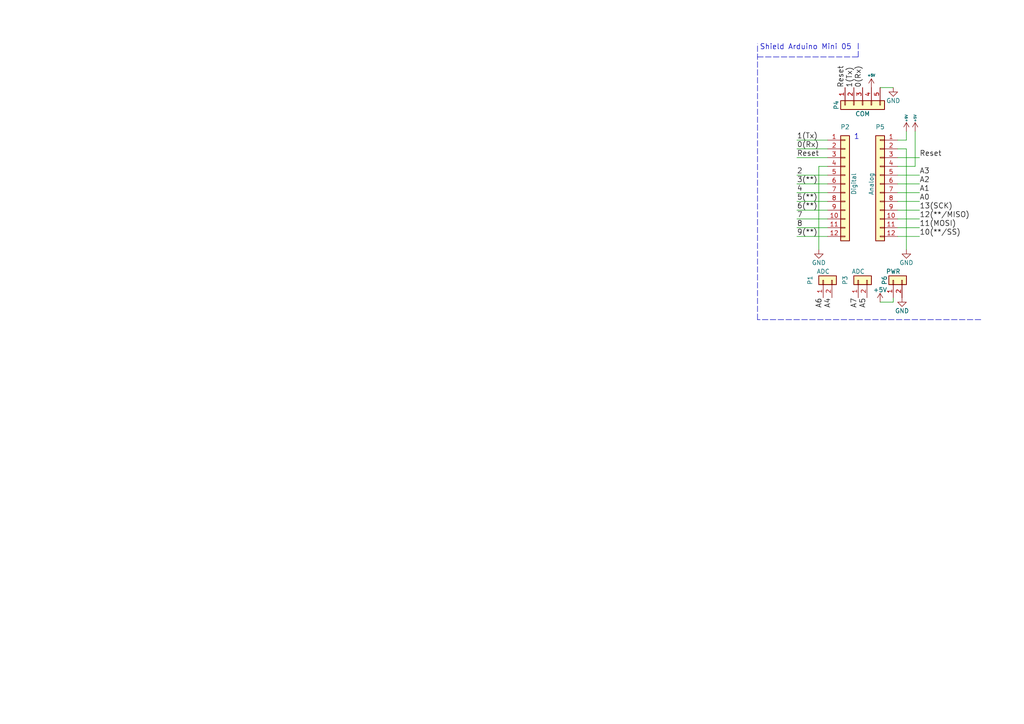
<source format=kicad_sch>
(kicad_sch (version 20210126) (generator eeschema)
  (paper "A4")
  (title_block (date "2021-02-16"))
  (lib_symbols
    (symbol "Connector_Generic:Conn_01x02" (pin_names (offset 1.016) hide)
      (property "Reference" "J" (at 0 2.54 0))
      (property "Value" "Conn_01x02" (at 0 -5.08 0))
      (symbol "Conn_01x02_1_1"
        (rectangle (start -1.27 -2.413) (end 0 -2.667) (stroke (width 0.1524)))
        (rectangle (start -1.27 0.127) (end 0 -0.127) (stroke (width 0.1524)))
        (rectangle (start -1.27 1.27) (end 1.27 -3.81) (stroke (width 0.254)) (fill (type background)))
        (pin passive line (at -5.08 0 0) (length 3.81) (name "Pin_1") (number "1"))
        (pin passive line (at -5.08 -2.54 0) (length 3.81) (name "Pin_2") (number "2"))
      )
    )
    (symbol "Connector_Generic:Conn_01x05" (pin_names (offset 1.016) hide)
      (property "Reference" "J" (at 0 7.62 0))
      (property "Value" "Conn_01x05" (at 0 -7.62 0))
      (symbol "Conn_01x05_1_1"
        (rectangle (start -1.27 -4.953) (end 0 -5.207) (stroke (width 0.1524)))
        (rectangle (start -1.27 -2.413) (end 0 -2.667) (stroke (width 0.1524)))
        (rectangle (start -1.27 2.667) (end 0 2.413) (stroke (width 0.1524)))
        (rectangle (start -1.27 5.207) (end 0 4.953) (stroke (width 0.1524)))
        (rectangle (start -1.27 6.35) (end 1.27 -6.35) (stroke (width 0.254)) (fill (type background)))
        (rectangle (start -1.27 0.127) (end 0 -0.127) (stroke (width 0.1524)))
        (pin passive line (at -5.08 5.08 0) (length 3.81) (name "Pin_1") (number "1"))
        (pin passive line (at -5.08 2.54 0) (length 3.81) (name "Pin_2") (number "2"))
        (pin passive line (at -5.08 0 0) (length 3.81) (name "Pin_3") (number "3"))
        (pin passive line (at -5.08 -2.54 0) (length 3.81) (name "Pin_4") (number "4"))
        (pin passive line (at -5.08 -5.08 0) (length 3.81) (name "Pin_5") (number "5"))
      )
    )
    (symbol "Connector_Generic:Conn_01x12" (pin_names (offset 1.016) hide)
      (property "Reference" "J" (at 0 15.24 0))
      (property "Value" "Conn_01x12" (at 0 -17.78 0))
      (symbol "Conn_01x12_1_1"
        (rectangle (start -1.27 -4.953) (end 0 -5.207) (stroke (width 0.1524)))
        (rectangle (start -1.27 -7.493) (end 0 -7.747) (stroke (width 0.1524)))
        (rectangle (start -1.27 -10.033) (end 0 -10.287) (stroke (width 0.1524)))
        (rectangle (start -1.27 -12.573) (end 0 -12.827) (stroke (width 0.1524)))
        (rectangle (start -1.27 -15.113) (end 0 -15.367) (stroke (width 0.1524)))
        (rectangle (start -1.27 -2.413) (end 0 -2.667) (stroke (width 0.1524)))
        (rectangle (start -1.27 2.667) (end 0 2.413) (stroke (width 0.1524)))
        (rectangle (start -1.27 5.207) (end 0 4.953) (stroke (width 0.1524)))
        (rectangle (start -1.27 7.747) (end 0 7.493) (stroke (width 0.1524)))
        (rectangle (start -1.27 10.287) (end 0 10.033) (stroke (width 0.1524)))
        (rectangle (start -1.27 0.127) (end 0 -0.127) (stroke (width 0.1524)))
        (rectangle (start -1.27 12.827) (end 0 12.573) (stroke (width 0.1524)))
        (rectangle (start -1.27 13.97) (end 1.27 -16.51) (stroke (width 0.254)) (fill (type background)))
        (pin passive line (at -5.08 12.7 0) (length 3.81) (name "Pin_1") (number "1"))
        (pin passive line (at -5.08 -10.16 0) (length 3.81) (name "Pin_10") (number "10"))
        (pin passive line (at -5.08 -12.7 0) (length 3.81) (name "Pin_11") (number "11"))
        (pin passive line (at -5.08 -15.24 0) (length 3.81) (name "Pin_12") (number "12"))
        (pin passive line (at -5.08 10.16 0) (length 3.81) (name "Pin_2") (number "2"))
        (pin passive line (at -5.08 7.62 0) (length 3.81) (name "Pin_3") (number "3"))
        (pin passive line (at -5.08 5.08 0) (length 3.81) (name "Pin_4") (number "4"))
        (pin passive line (at -5.08 2.54 0) (length 3.81) (name "Pin_5") (number "5"))
        (pin passive line (at -5.08 0 0) (length 3.81) (name "Pin_6") (number "6"))
        (pin passive line (at -5.08 -2.54 0) (length 3.81) (name "Pin_7") (number "7"))
        (pin passive line (at -5.08 -5.08 0) (length 3.81) (name "Pin_8") (number "8"))
        (pin passive line (at -5.08 -7.62 0) (length 3.81) (name "Pin_9") (number "9"))
      )
    )
    (symbol "power:+5V" (power) (pin_names (offset 0))
      (property "Value" "+5V" (at 0 3.556 0))
      (symbol "+5V_0_1"
        (polyline (pts (xy -0.762 1.27) (xy 0 2.54)))
        (polyline (pts (xy 0 0) (xy 0 2.54)))
        (polyline (pts (xy 0 2.54) (xy 0.762 1.27)))
      )
      (symbol "+5V_1_1"
        (pin power_in line (at 0 0 90) (length 0) hide (name "+5V") (number "1"))
      )
    )
    (symbol "power:+9V" (power) (pin_names (offset 0))
      (property "Value" "+9V" (at 0 3.556 0))
      (symbol "+9V_0_1"
        (polyline (pts (xy -0.762 1.27) (xy 0 2.54)))
        (polyline (pts (xy 0 0) (xy 0 2.54)))
        (polyline (pts (xy 0 2.54) (xy 0.762 1.27)))
      )
      (symbol "+9V_1_1"
        (pin power_in line (at 0 0 90) (length 0) hide (name "+9V") (number "1"))
      )
    )
    (symbol "power:GND" (power) (pin_names (offset 0))
      (property "Value" "GND" (at 0 -3.81 0))
      (symbol "GND_0_1"
        (polyline (pts (xy 0 0) (xy 0 -1.27) (xy 1.27 -1.27) (xy 0 -2.54) (xy -1.27 -1.27) (xy 0 -1.27)))
      )
      (symbol "GND_1_1"
        (pin power_in line (at 0 0 270) (length 0) hide (name "GND") (number "1"))
      )
    )
  )
  (wire (pts (xy 231.14 43.18) (xy 240.03 43.18)))
  (wire (pts (xy 231.14 50.8) (xy 240.03 50.8)))
  (wire (pts (xy 231.14 55.88) (xy 240.03 55.88)))
  (wire (pts (xy 231.14 60.96) (xy 240.03 60.96)))
  (wire (pts (xy 231.14 66.04) (xy 240.03 66.04)))
  (wire (pts (xy 237.49 48.26) (xy 237.49 72.39)))
  (wire (pts (xy 240.03 40.64) (xy 231.14 40.64)))
  (wire (pts (xy 240.03 45.72) (xy 231.14 45.72)))
  (wire (pts (xy 240.03 48.26) (xy 237.49 48.26)))
  (wire (pts (xy 240.03 53.34) (xy 231.14 53.34)))
  (wire (pts (xy 240.03 58.42) (xy 231.14 58.42)))
  (wire (pts (xy 240.03 63.5) (xy 231.14 63.5)))
  (wire (pts (xy 240.03 68.58) (xy 231.14 68.58)))
  (wire (pts (xy 255.27 25.4) (xy 259.08 25.4)))
  (wire (pts (xy 259.08 86.36) (xy 259.08 87.63)))
  (wire (pts (xy 259.08 87.63) (xy 255.27 87.63)))
  (wire (pts (xy 260.35 40.64) (xy 262.89 40.64)))
  (wire (pts (xy 260.35 43.18) (xy 262.89 43.18)))
  (wire (pts (xy 260.35 48.26) (xy 265.43 48.26)))
  (wire (pts (xy 260.35 50.8) (xy 266.7 50.8)))
  (wire (pts (xy 260.35 60.96) (xy 266.7 60.96)))
  (wire (pts (xy 262.89 40.64) (xy 262.89 38.1)))
  (wire (pts (xy 262.89 43.18) (xy 262.89 72.39)))
  (wire (pts (xy 265.43 48.26) (xy 265.43 38.1)))
  (wire (pts (xy 266.7 45.72) (xy 260.35 45.72)))
  (wire (pts (xy 266.7 53.34) (xy 260.35 53.34)))
  (wire (pts (xy 266.7 55.88) (xy 260.35 55.88)))
  (wire (pts (xy 266.7 58.42) (xy 260.35 58.42)))
  (wire (pts (xy 266.7 63.5) (xy 260.35 63.5)))
  (wire (pts (xy 266.7 66.04) (xy 260.35 66.04)))
  (wire (pts (xy 266.7 68.58) (xy 260.35 68.58)))
  (polyline (pts (xy 219.71 16.51) (xy 248.92 16.51)) (stroke (width 0) (type dash)))
  (polyline (pts (xy 219.71 92.71) (xy 219.71 12.7)) (stroke (width 0) (type dash)))
  (polyline (pts (xy 248.92 16.51) (xy 248.92 12.065)) (stroke (width 0) (type dash)))
  (polyline (pts (xy 284.48 92.71) (xy 219.71 92.71)) (stroke (width 0) (type dash)))
  (text "Shield Arduino Mini 05" (at 220.345 14.605 0) (effects (font (size 1.524 1.524)) (justify left bottom)))
  (text "1" (at 247.65 40.64 0) (effects (font (size 1.524 1.524)) (justify left bottom)))
  (label "1(Tx)" (at 231.14 40.64 0) (effects (font (size 1.524 1.524))))
  (label "0(Rx)" (at 231.14 43.18 0) (effects (font (size 1.524 1.524))))
  (label "Reset" (at 231.14 45.72 0) (effects (font (size 1.524 1.524))))
  (label "2" (at 231.14 50.8 0) (effects (font (size 1.524 1.524))))
  (label "3(**)" (at 231.14 53.34 0) (effects (font (size 1.524 1.524))))
  (label "4" (at 231.14 55.88 0) (effects (font (size 1.524 1.524))))
  (label "5(**)" (at 231.14 58.42 0) (effects (font (size 1.524 1.524))))
  (label "6(**)" (at 231.14 60.96 0) (effects (font (size 1.524 1.524))))
  (label "7" (at 231.14 63.5 0) (effects (font (size 1.524 1.524))))
  (label "8" (at 231.14 66.04 0) (effects (font (size 1.524 1.524))))
  (label "9(**)" (at 231.14 68.58 0) (effects (font (size 1.524 1.524))))
  (label "A6" (at 238.76 86.36 270) (effects (font (size 1.524 1.524))))
  (label "A4" (at 241.3 86.36 270) (effects (font (size 1.524 1.524))))
  (label "Reset" (at 245.11 25.4 90) (effects (font (size 1.524 1.524))))
  (label "1(Tx)" (at 247.65 25.4 90) (effects (font (size 1.524 1.524))))
  (label "A7" (at 248.92 86.36 270) (effects (font (size 1.524 1.524))))
  (label "0(Rx)" (at 250.19 25.4 90) (effects (font (size 1.524 1.524))))
  (label "A5" (at 251.46 86.36 270) (effects (font (size 1.524 1.524))))
  (label "Reset" (at 266.7 45.72 0) (effects (font (size 1.524 1.524))))
  (label "A3" (at 266.7 50.8 0) (effects (font (size 1.524 1.524))))
  (label "A2" (at 266.7 53.34 0) (effects (font (size 1.524 1.524))))
  (label "A1" (at 266.7 55.88 0) (effects (font (size 1.524 1.524))))
  (label "A0" (at 266.7 58.42 0) (effects (font (size 1.524 1.524))))
  (label "13(SCK)" (at 266.7 60.96 0) (effects (font (size 1.524 1.524))))
  (label "12(**/MISO)" (at 266.7 63.5 0) (effects (font (size 1.524 1.524))))
  (label "11(MOSI)" (at 266.7 66.04 0) (effects (font (size 1.524 1.524))))
  (label "10(**/SS)" (at 266.7 68.58 0) (effects (font (size 1.524 1.524))))
  (symbol (lib_id "power:+5V") (at 252.73 25.4 0) (unit 1)
    (property "Reference" "#PWR07" (effects hide))
    (property "Value" "+5V" (at 252.73 21.844 0) (effects (font (size 0.7112 0.7112))))
  )
  (symbol (lib_id "power:+5V") (at 255.27 87.63 0) (unit 1)
    (property "Reference" "#PWR02" (effects hide))
    (property "Value" "+5V" (at 255.27 84.074 0))
  )
  (symbol (lib_id "power:+9V") (at 262.89 38.1 0) (unit 1)
    (property "Reference" "#PWR05" (effects hide))
    (property "Value" "+9V" (at 262.89 34.29 90) (effects (font (size 0.7112 0.7112))))
  )
  (symbol (lib_id "power:+5V") (at 265.43 38.1 0) (unit 1)
    (property "Reference" "#PWR06" (effects hide))
    (property "Value" "+5V" (at 265.43 34.29 90) (effects (font (size 0.7112 0.7112))))
  )
  (symbol (lib_id "power:GND") (at 237.49 72.39 0) (unit 1)
    (property "Reference" "#PWR04" (effects hide))
    (property "Value" "GND" (at 237.49 76.2 0))
  )
  (symbol (lib_id "power:GND") (at 259.08 25.4 0) (unit 1)
    (property "Reference" "#PWR08" (effects hide))
    (property "Value" "GND" (at 259.08 29.21 0))
  )
  (symbol (lib_id "power:GND") (at 261.62 86.36 0) (unit 1)
    (property "Reference" "#PWR01" (effects hide))
    (property "Value" "GND" (at 261.62 90.17 0))
  )
  (symbol (lib_id "power:GND") (at 262.89 72.39 0) (unit 1)
    (property "Reference" "#PWR03" (effects hide))
    (property "Value" "GND" (at 262.89 76.2 0))
  )
  (symbol (lib_id "Connector_Generic:Conn_01x02") (at 238.76 81.28 90) (unit 1)
    (property "Reference" "P1" (at 234.95 81.28 0))
    (property "Value" "ADC" (at 238.76 78.74 90))
    (property "Footprint" "Socket_Arduino_Mini:Socket_Strip_Arduino_1x02" (effects hide))
  )
  (symbol (lib_id "Connector_Generic:Conn_01x02") (at 248.92 81.28 90) (unit 1)
    (property "Reference" "P3" (at 245.11 81.28 0))
    (property "Value" "ADC" (at 248.92 78.74 90))
    (property "Footprint" "Socket_Arduino_Mini:Socket_Strip_Arduino_1x02" (effects hide))
  )
  (symbol (lib_id "Connector_Generic:Conn_01x02") (at 259.08 81.28 90) (unit 1)
    (property "Reference" "P6" (at 256.54 81.28 0))
    (property "Value" "PWR" (at 259.08 78.74 90))
    (property "Footprint" "Socket_Arduino_Mini:Socket_Strip_Arduino_1x02" (effects hide))
  )
  (symbol (lib_id "Connector_Generic:Conn_01x05") (at 250.19 30.48 90) (mirror x) (unit 1)
    (property "Reference" "P4" (at 242.57 30.48 0))
    (property "Value" "COM" (at 250.19 33.02 90))
    (property "Footprint" "Socket_Arduino_Mini:Socket_Strip_Arduino_1x05" (effects hide))
  )
  (symbol (lib_id "Connector_Generic:Conn_01x12") (at 245.11 53.34 0) (unit 1)
    (property "Reference" "P2" (at 245.11 36.83 0))
    (property "Value" "Digital" (at 247.65 53.34 90))
    (property "Footprint" "Socket_Arduino_Mini:Socket_Strip_Arduino_1x12" (effects hide))
  )
  (symbol (lib_id "Connector_Generic:Conn_01x12") (at 255.27 53.34 0) (mirror y) (unit 1)
    (property "Reference" "P5" (at 255.27 36.83 0))
    (property "Value" "Analog" (at 252.73 53.34 90))
    (property "Footprint" "Socket_Arduino_Mini:Socket_Strip_Arduino_1x12" (effects hide))
  )
)
</source>
